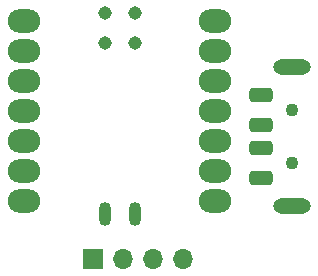
<source format=gbr>
%TF.GenerationSoftware,KiCad,Pcbnew,8.0.1*%
%TF.CreationDate,2024-09-03T09:14:14-03:00*%
%TF.ProjectId,USB-thermometer,5553422d-7468-4657-926d-6f6d65746572,rev?*%
%TF.SameCoordinates,Original*%
%TF.FileFunction,Soldermask,Top*%
%TF.FilePolarity,Negative*%
%FSLAX46Y46*%
G04 Gerber Fmt 4.6, Leading zero omitted, Abs format (unit mm)*
G04 Created by KiCad (PCBNEW 8.0.1) date 2024-09-03 09:14:14*
%MOMM*%
%LPD*%
G01*
G04 APERTURE LIST*
G04 Aperture macros list*
%AMRoundRect*
0 Rectangle with rounded corners*
0 $1 Rounding radius*
0 $2 $3 $4 $5 $6 $7 $8 $9 X,Y pos of 4 corners*
0 Add a 4 corners polygon primitive as box body*
4,1,4,$2,$3,$4,$5,$6,$7,$8,$9,$2,$3,0*
0 Add four circle primitives for the rounded corners*
1,1,$1+$1,$2,$3*
1,1,$1+$1,$4,$5*
1,1,$1+$1,$6,$7*
1,1,$1+$1,$8,$9*
0 Add four rect primitives between the rounded corners*
20,1,$1+$1,$2,$3,$4,$5,0*
20,1,$1+$1,$4,$5,$6,$7,0*
20,1,$1+$1,$6,$7,$8,$9,0*
20,1,$1+$1,$8,$9,$2,$3,0*%
G04 Aperture macros list end*
%ADD10O,2.748280X1.998980*%
%ADD11O,1.016000X2.032000*%
%ADD12C,1.143000*%
%ADD13C,1.100000*%
%ADD14RoundRect,0.300000X-0.700000X-0.300000X0.700000X-0.300000X0.700000X0.300000X-0.700000X0.300000X0*%
%ADD15O,3.200000X1.300000*%
%ADD16R,1.700000X1.700000*%
%ADD17O,1.700000X1.700000*%
G04 APERTURE END LIST*
D10*
%TO.C,U1*%
X91918710Y-68500490D03*
X91918710Y-71040490D03*
X91918710Y-73580490D03*
X91918710Y-76120490D03*
X91918710Y-78660490D03*
X91918710Y-81200490D03*
X91918710Y-83740490D03*
X108083270Y-83740490D03*
X108083270Y-81200490D03*
X108083270Y-78660490D03*
X108083270Y-76120490D03*
X108083270Y-73580490D03*
X108083270Y-71040490D03*
X108083270Y-68500490D03*
D11*
X98785590Y-84818310D03*
X101335590Y-84818310D03*
D12*
X98784393Y-67814123D03*
X101324393Y-67814123D03*
X98784393Y-70354123D03*
X101324393Y-70354123D03*
%TD*%
D13*
%TO.C,J1*%
X114625000Y-76050000D03*
X114625000Y-80550000D03*
D14*
X112025000Y-74800000D03*
X112025000Y-77300000D03*
X112025000Y-79300000D03*
X112025000Y-81800000D03*
D15*
X114625000Y-72450000D03*
X114625000Y-84150000D03*
%TD*%
D16*
%TO.C,J2*%
X97800000Y-88700000D03*
D17*
X100340000Y-88700000D03*
X102880000Y-88700000D03*
X105420000Y-88700000D03*
%TD*%
M02*

</source>
